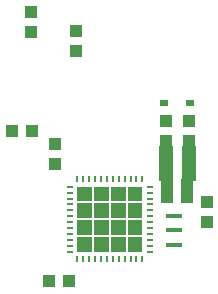
<source format=gbr>
G04 EAGLE Gerber RS-274X export*
G75*
%MOMM*%
%FSLAX34Y34*%
%LPD*%
%INSolderpaste Bottom*%
%IPPOS*%
%AMOC8*
5,1,8,0,0,1.08239X$1,22.5*%
G01*
%ADD10R,1.100000X1.000000*%
%ADD11R,1.000000X1.100000*%
%ADD12R,1.300000X1.500000*%
%ADD13R,0.800000X0.500000*%
%ADD14R,0.550000X0.254000*%
%ADD15R,0.254000X0.550000*%
%ADD16R,1.399997X0.400000*%

G36*
X-18397Y105586D02*
X-18397Y105586D01*
X-18395Y105585D01*
X-18352Y105605D01*
X-18308Y105624D01*
X-18308Y105626D01*
X-18306Y105627D01*
X-18273Y105712D01*
X-18273Y117936D01*
X-18274Y117938D01*
X-18273Y117940D01*
X-18293Y117983D01*
X-18311Y118026D01*
X-18313Y118027D01*
X-18314Y118029D01*
X-18399Y118062D01*
X-30623Y118062D01*
X-30625Y118061D01*
X-30627Y118062D01*
X-30670Y118042D01*
X-30714Y118023D01*
X-30714Y118021D01*
X-30716Y118020D01*
X-30749Y117936D01*
X-30749Y105712D01*
X-30748Y105710D01*
X-30749Y105707D01*
X-30729Y105664D01*
X-30711Y105621D01*
X-30709Y105620D01*
X-30708Y105618D01*
X-30623Y105585D01*
X-18399Y105585D01*
X-18397Y105586D01*
G37*
G36*
X10051Y105586D02*
X10051Y105586D01*
X10053Y105585D01*
X10096Y105605D01*
X10140Y105624D01*
X10140Y105626D01*
X10142Y105627D01*
X10175Y105712D01*
X10175Y117936D01*
X10174Y117938D01*
X10175Y117940D01*
X10155Y117983D01*
X10137Y118026D01*
X10135Y118027D01*
X10134Y118029D01*
X10049Y118062D01*
X-2175Y118062D01*
X-2177Y118061D01*
X-2179Y118062D01*
X-2222Y118042D01*
X-2266Y118023D01*
X-2266Y118021D01*
X-2268Y118020D01*
X-2301Y117936D01*
X-2301Y105712D01*
X-2300Y105710D01*
X-2301Y105707D01*
X-2281Y105664D01*
X-2263Y105621D01*
X-2261Y105620D01*
X-2260Y105618D01*
X-2175Y105585D01*
X10049Y105585D01*
X10051Y105586D01*
G37*
G36*
X-4173Y105586D02*
X-4173Y105586D01*
X-4171Y105585D01*
X-4128Y105605D01*
X-4084Y105624D01*
X-4084Y105626D01*
X-4082Y105627D01*
X-4049Y105712D01*
X-4049Y117936D01*
X-4050Y117938D01*
X-4049Y117940D01*
X-4069Y117983D01*
X-4087Y118026D01*
X-4089Y118027D01*
X-4090Y118029D01*
X-4175Y118062D01*
X-16399Y118062D01*
X-16401Y118061D01*
X-16403Y118062D01*
X-16446Y118042D01*
X-16490Y118023D01*
X-16490Y118021D01*
X-16492Y118020D01*
X-16525Y117936D01*
X-16525Y105712D01*
X-16524Y105710D01*
X-16525Y105707D01*
X-16505Y105664D01*
X-16487Y105621D01*
X-16485Y105620D01*
X-16484Y105618D01*
X-16399Y105585D01*
X-4175Y105585D01*
X-4173Y105586D01*
G37*
G36*
X24275Y105586D02*
X24275Y105586D01*
X24277Y105585D01*
X24320Y105605D01*
X24364Y105624D01*
X24364Y105626D01*
X24366Y105627D01*
X24399Y105712D01*
X24399Y117936D01*
X24398Y117938D01*
X24399Y117940D01*
X24379Y117983D01*
X24361Y118026D01*
X24359Y118027D01*
X24358Y118029D01*
X24273Y118062D01*
X12049Y118062D01*
X12047Y118061D01*
X12045Y118062D01*
X12002Y118042D01*
X11958Y118023D01*
X11958Y118021D01*
X11956Y118020D01*
X11923Y117936D01*
X11923Y105712D01*
X11924Y105710D01*
X11923Y105707D01*
X11943Y105664D01*
X11961Y105621D01*
X11963Y105620D01*
X11964Y105618D01*
X12049Y105585D01*
X24273Y105585D01*
X24275Y105586D01*
G37*
G36*
X10051Y91362D02*
X10051Y91362D01*
X10053Y91361D01*
X10096Y91381D01*
X10140Y91400D01*
X10140Y91402D01*
X10142Y91403D01*
X10175Y91488D01*
X10175Y103712D01*
X10174Y103714D01*
X10175Y103716D01*
X10155Y103759D01*
X10137Y103802D01*
X10135Y103803D01*
X10134Y103805D01*
X10049Y103838D01*
X-2175Y103838D01*
X-2177Y103837D01*
X-2179Y103838D01*
X-2222Y103818D01*
X-2266Y103799D01*
X-2266Y103797D01*
X-2268Y103796D01*
X-2301Y103712D01*
X-2301Y91488D01*
X-2300Y91486D01*
X-2301Y91483D01*
X-2281Y91440D01*
X-2263Y91397D01*
X-2261Y91396D01*
X-2260Y91394D01*
X-2175Y91361D01*
X10049Y91361D01*
X10051Y91362D01*
G37*
G36*
X-18397Y91362D02*
X-18397Y91362D01*
X-18395Y91361D01*
X-18352Y91381D01*
X-18308Y91400D01*
X-18308Y91402D01*
X-18306Y91403D01*
X-18273Y91488D01*
X-18273Y103712D01*
X-18274Y103714D01*
X-18273Y103716D01*
X-18293Y103759D01*
X-18311Y103802D01*
X-18313Y103803D01*
X-18314Y103805D01*
X-18399Y103838D01*
X-30623Y103838D01*
X-30625Y103837D01*
X-30627Y103838D01*
X-30670Y103818D01*
X-30714Y103799D01*
X-30714Y103797D01*
X-30716Y103796D01*
X-30749Y103712D01*
X-30749Y91488D01*
X-30748Y91486D01*
X-30749Y91483D01*
X-30729Y91440D01*
X-30711Y91397D01*
X-30709Y91396D01*
X-30708Y91394D01*
X-30623Y91361D01*
X-18399Y91361D01*
X-18397Y91362D01*
G37*
G36*
X-4173Y91362D02*
X-4173Y91362D01*
X-4171Y91361D01*
X-4128Y91381D01*
X-4084Y91400D01*
X-4084Y91402D01*
X-4082Y91403D01*
X-4049Y91488D01*
X-4049Y103712D01*
X-4050Y103714D01*
X-4049Y103716D01*
X-4069Y103759D01*
X-4087Y103802D01*
X-4089Y103803D01*
X-4090Y103805D01*
X-4175Y103838D01*
X-16399Y103838D01*
X-16401Y103837D01*
X-16403Y103838D01*
X-16446Y103818D01*
X-16490Y103799D01*
X-16490Y103797D01*
X-16492Y103796D01*
X-16525Y103712D01*
X-16525Y91488D01*
X-16524Y91486D01*
X-16525Y91483D01*
X-16505Y91440D01*
X-16487Y91397D01*
X-16485Y91396D01*
X-16484Y91394D01*
X-16399Y91361D01*
X-4175Y91361D01*
X-4173Y91362D01*
G37*
G36*
X24275Y91362D02*
X24275Y91362D01*
X24277Y91361D01*
X24320Y91381D01*
X24364Y91400D01*
X24364Y91402D01*
X24366Y91403D01*
X24399Y91488D01*
X24399Y103712D01*
X24398Y103714D01*
X24399Y103716D01*
X24379Y103759D01*
X24361Y103802D01*
X24359Y103803D01*
X24358Y103805D01*
X24273Y103838D01*
X12049Y103838D01*
X12047Y103837D01*
X12045Y103838D01*
X12002Y103818D01*
X11958Y103799D01*
X11958Y103797D01*
X11956Y103796D01*
X11923Y103712D01*
X11923Y91488D01*
X11924Y91486D01*
X11923Y91483D01*
X11943Y91440D01*
X11961Y91397D01*
X11963Y91396D01*
X11964Y91394D01*
X12049Y91361D01*
X24273Y91361D01*
X24275Y91362D01*
G37*
G36*
X-18397Y77138D02*
X-18397Y77138D01*
X-18395Y77137D01*
X-18352Y77157D01*
X-18308Y77176D01*
X-18308Y77178D01*
X-18306Y77179D01*
X-18273Y77264D01*
X-18273Y89488D01*
X-18274Y89490D01*
X-18273Y89492D01*
X-18293Y89535D01*
X-18311Y89578D01*
X-18313Y89579D01*
X-18314Y89581D01*
X-18399Y89614D01*
X-30623Y89614D01*
X-30625Y89613D01*
X-30627Y89614D01*
X-30670Y89594D01*
X-30714Y89575D01*
X-30714Y89573D01*
X-30716Y89572D01*
X-30749Y89488D01*
X-30749Y77264D01*
X-30748Y77262D01*
X-30749Y77259D01*
X-30729Y77216D01*
X-30711Y77173D01*
X-30709Y77172D01*
X-30708Y77170D01*
X-30623Y77137D01*
X-18399Y77137D01*
X-18397Y77138D01*
G37*
G36*
X10051Y77138D02*
X10051Y77138D01*
X10053Y77137D01*
X10096Y77157D01*
X10140Y77176D01*
X10140Y77178D01*
X10142Y77179D01*
X10175Y77264D01*
X10175Y89488D01*
X10174Y89490D01*
X10175Y89492D01*
X10155Y89535D01*
X10137Y89578D01*
X10135Y89579D01*
X10134Y89581D01*
X10049Y89614D01*
X-2175Y89614D01*
X-2177Y89613D01*
X-2179Y89614D01*
X-2222Y89594D01*
X-2266Y89575D01*
X-2266Y89573D01*
X-2268Y89572D01*
X-2301Y89488D01*
X-2301Y77264D01*
X-2300Y77262D01*
X-2301Y77259D01*
X-2281Y77216D01*
X-2263Y77173D01*
X-2261Y77172D01*
X-2260Y77170D01*
X-2175Y77137D01*
X10049Y77137D01*
X10051Y77138D01*
G37*
G36*
X-4173Y77138D02*
X-4173Y77138D01*
X-4171Y77137D01*
X-4128Y77157D01*
X-4084Y77176D01*
X-4084Y77178D01*
X-4082Y77179D01*
X-4049Y77264D01*
X-4049Y89488D01*
X-4050Y89490D01*
X-4049Y89492D01*
X-4069Y89535D01*
X-4087Y89578D01*
X-4089Y89579D01*
X-4090Y89581D01*
X-4175Y89614D01*
X-16399Y89614D01*
X-16401Y89613D01*
X-16403Y89614D01*
X-16446Y89594D01*
X-16490Y89575D01*
X-16490Y89573D01*
X-16492Y89572D01*
X-16525Y89488D01*
X-16525Y77264D01*
X-16524Y77262D01*
X-16525Y77259D01*
X-16505Y77216D01*
X-16487Y77173D01*
X-16485Y77172D01*
X-16484Y77170D01*
X-16399Y77137D01*
X-4175Y77137D01*
X-4173Y77138D01*
G37*
G36*
X24275Y77138D02*
X24275Y77138D01*
X24277Y77137D01*
X24320Y77157D01*
X24364Y77176D01*
X24364Y77178D01*
X24366Y77179D01*
X24399Y77264D01*
X24399Y89488D01*
X24398Y89490D01*
X24399Y89492D01*
X24379Y89535D01*
X24361Y89578D01*
X24359Y89579D01*
X24358Y89581D01*
X24273Y89614D01*
X12049Y89614D01*
X12047Y89613D01*
X12045Y89614D01*
X12002Y89594D01*
X11958Y89575D01*
X11958Y89573D01*
X11956Y89572D01*
X11923Y89488D01*
X11923Y77264D01*
X11924Y77262D01*
X11923Y77259D01*
X11943Y77216D01*
X11961Y77173D01*
X11963Y77172D01*
X11964Y77170D01*
X12049Y77137D01*
X24273Y77137D01*
X24275Y77138D01*
G37*
G36*
X-4173Y62914D02*
X-4173Y62914D01*
X-4171Y62913D01*
X-4128Y62933D01*
X-4084Y62952D01*
X-4084Y62954D01*
X-4082Y62955D01*
X-4049Y63040D01*
X-4049Y75264D01*
X-4050Y75266D01*
X-4049Y75268D01*
X-4069Y75311D01*
X-4087Y75354D01*
X-4089Y75355D01*
X-4090Y75357D01*
X-4175Y75390D01*
X-16399Y75390D01*
X-16401Y75389D01*
X-16403Y75390D01*
X-16446Y75370D01*
X-16490Y75351D01*
X-16490Y75349D01*
X-16492Y75348D01*
X-16525Y75264D01*
X-16525Y63040D01*
X-16524Y63038D01*
X-16525Y63035D01*
X-16505Y62992D01*
X-16487Y62949D01*
X-16485Y62948D01*
X-16484Y62946D01*
X-16399Y62913D01*
X-4175Y62913D01*
X-4173Y62914D01*
G37*
G36*
X10051Y62914D02*
X10051Y62914D01*
X10053Y62913D01*
X10096Y62933D01*
X10140Y62952D01*
X10140Y62954D01*
X10142Y62955D01*
X10175Y63040D01*
X10175Y75264D01*
X10174Y75266D01*
X10175Y75268D01*
X10155Y75311D01*
X10137Y75354D01*
X10135Y75355D01*
X10134Y75357D01*
X10049Y75390D01*
X-2175Y75390D01*
X-2177Y75389D01*
X-2179Y75390D01*
X-2222Y75370D01*
X-2266Y75351D01*
X-2266Y75349D01*
X-2268Y75348D01*
X-2301Y75264D01*
X-2301Y63040D01*
X-2300Y63038D01*
X-2301Y63035D01*
X-2281Y62992D01*
X-2263Y62949D01*
X-2261Y62948D01*
X-2260Y62946D01*
X-2175Y62913D01*
X10049Y62913D01*
X10051Y62914D01*
G37*
G36*
X24275Y62914D02*
X24275Y62914D01*
X24277Y62913D01*
X24320Y62933D01*
X24364Y62952D01*
X24364Y62954D01*
X24366Y62955D01*
X24399Y63040D01*
X24399Y75264D01*
X24398Y75266D01*
X24399Y75268D01*
X24379Y75311D01*
X24361Y75354D01*
X24359Y75355D01*
X24358Y75357D01*
X24273Y75390D01*
X12049Y75390D01*
X12047Y75389D01*
X12045Y75390D01*
X12002Y75370D01*
X11958Y75351D01*
X11958Y75349D01*
X11956Y75348D01*
X11923Y75264D01*
X11923Y63040D01*
X11924Y63038D01*
X11923Y63035D01*
X11943Y62992D01*
X11961Y62949D01*
X11963Y62948D01*
X11964Y62946D01*
X12049Y62913D01*
X24273Y62913D01*
X24275Y62914D01*
G37*
G36*
X-18397Y62914D02*
X-18397Y62914D01*
X-18395Y62913D01*
X-18352Y62933D01*
X-18308Y62952D01*
X-18308Y62954D01*
X-18306Y62955D01*
X-18273Y63040D01*
X-18273Y75264D01*
X-18274Y75266D01*
X-18273Y75268D01*
X-18293Y75311D01*
X-18311Y75354D01*
X-18313Y75355D01*
X-18314Y75357D01*
X-18399Y75390D01*
X-30623Y75390D01*
X-30625Y75389D01*
X-30627Y75390D01*
X-30670Y75370D01*
X-30714Y75351D01*
X-30714Y75349D01*
X-30716Y75348D01*
X-30749Y75264D01*
X-30749Y63040D01*
X-30748Y63038D01*
X-30749Y63035D01*
X-30729Y62992D01*
X-30711Y62949D01*
X-30709Y62948D01*
X-30708Y62946D01*
X-30623Y62913D01*
X-18399Y62913D01*
X-18397Y62914D01*
G37*
D10*
X45475Y119063D03*
X62475Y119063D03*
D11*
X-31750Y249800D03*
X-31750Y232800D03*
D12*
X44475Y130175D03*
X63475Y130175D03*
X44475Y144463D03*
X63475Y144463D03*
D10*
X45475Y109538D03*
X62475Y109538D03*
X-37538Y38100D03*
X-54538Y38100D03*
D11*
X79375Y105338D03*
X79375Y88338D03*
D10*
X-86288Y165100D03*
X-69288Y165100D03*
D13*
X64975Y188913D03*
X42975Y188913D03*
D10*
X44450Y156600D03*
X44450Y173600D03*
X-69850Y248675D03*
X-69850Y265675D03*
X63500Y173600D03*
X63500Y156600D03*
X-49213Y154550D03*
X-49213Y137550D03*
D14*
X30625Y117995D03*
X30625Y112994D03*
X30625Y107992D03*
X30625Y102991D03*
X30625Y97990D03*
X30625Y92989D03*
X30625Y87987D03*
X30625Y82986D03*
X30625Y77985D03*
X30625Y72984D03*
X30625Y67982D03*
X30625Y62981D03*
D15*
X24332Y56688D03*
X19331Y56688D03*
X14329Y56688D03*
X9328Y56688D03*
X4327Y56688D03*
X-674Y56688D03*
X-5676Y56688D03*
X-10677Y56688D03*
X-15678Y56688D03*
X-20679Y56688D03*
X-25681Y56688D03*
X-30682Y56688D03*
D14*
X-36975Y62981D03*
X-36975Y67982D03*
X-36975Y72984D03*
X-36975Y77985D03*
X-36975Y82986D03*
X-36975Y87987D03*
X-36975Y92989D03*
X-36975Y97990D03*
X-36975Y102991D03*
X-36975Y107992D03*
X-36975Y112994D03*
X-36975Y117995D03*
D15*
X-30682Y124288D03*
X-25681Y124288D03*
X-20679Y124288D03*
X-15678Y124288D03*
X-10677Y124288D03*
X-5676Y124288D03*
X-674Y124288D03*
X4327Y124288D03*
X9328Y124288D03*
X14329Y124288D03*
X19331Y124288D03*
X24332Y124288D03*
D16*
X50800Y68963D03*
X50800Y80963D03*
X50800Y92962D03*
M02*

</source>
